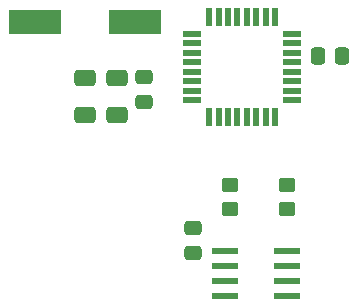
<source format=gbr>
%TF.GenerationSoftware,KiCad,Pcbnew,7.0.6*%
%TF.CreationDate,2023-09-04T00:35:45+02:00*%
%TF.ProjectId,pqunit,7071756e-6974-42e6-9b69-6361645f7063,rev?*%
%TF.SameCoordinates,Original*%
%TF.FileFunction,Paste,Bot*%
%TF.FilePolarity,Positive*%
%FSLAX46Y46*%
G04 Gerber Fmt 4.6, Leading zero omitted, Abs format (unit mm)*
G04 Created by KiCad (PCBNEW 7.0.6) date 2023-09-04 00:35:45*
%MOMM*%
%LPD*%
G01*
G04 APERTURE LIST*
G04 Aperture macros list*
%AMRoundRect*
0 Rectangle with rounded corners*
0 $1 Rounding radius*
0 $2 $3 $4 $5 $6 $7 $8 $9 X,Y pos of 4 corners*
0 Add a 4 corners polygon primitive as box body*
4,1,4,$2,$3,$4,$5,$6,$7,$8,$9,$2,$3,0*
0 Add four circle primitives for the rounded corners*
1,1,$1+$1,$2,$3*
1,1,$1+$1,$4,$5*
1,1,$1+$1,$6,$7*
1,1,$1+$1,$8,$9*
0 Add four rect primitives between the rounded corners*
20,1,$1+$1,$2,$3,$4,$5,0*
20,1,$1+$1,$4,$5,$6,$7,0*
20,1,$1+$1,$6,$7,$8,$9,0*
20,1,$1+$1,$8,$9,$2,$3,0*%
G04 Aperture macros list end*
%ADD10RoundRect,0.250000X-0.650000X0.412500X-0.650000X-0.412500X0.650000X-0.412500X0.650000X0.412500X0*%
%ADD11RoundRect,0.250000X-0.450000X0.350000X-0.450000X-0.350000X0.450000X-0.350000X0.450000X0.350000X0*%
%ADD12RoundRect,0.250000X-0.475000X0.337500X-0.475000X-0.337500X0.475000X-0.337500X0.475000X0.337500X0*%
%ADD13R,1.600000X0.550000*%
%ADD14R,0.550000X1.600000*%
%ADD15R,4.500000X2.000000*%
%ADD16R,2.209800X0.609600*%
%ADD17RoundRect,0.250000X-0.337500X-0.475000X0.337500X-0.475000X0.337500X0.475000X-0.337500X0.475000X0*%
%ADD18RoundRect,0.250000X0.475000X-0.337500X0.475000X0.337500X-0.475000X0.337500X-0.475000X-0.337500X0*%
G04 APERTURE END LIST*
D10*
%TO.C,C1*%
X137740100Y-100533200D03*
X137740100Y-103658200D03*
%TD*%
%TO.C,C2*%
X135047700Y-100533200D03*
X135047700Y-103658200D03*
%TD*%
D11*
%TO.C,R4*%
X147290500Y-109557800D03*
X147290500Y-111557800D03*
%TD*%
D12*
%TO.C,C5*%
X139975300Y-100431600D03*
X139975300Y-102506600D03*
%TD*%
D13*
%TO.C,U1*%
X144068000Y-102350000D03*
X144068000Y-101550000D03*
X144068000Y-100750000D03*
X144068000Y-99950000D03*
X144068000Y-99150000D03*
X144068000Y-98350000D03*
X144068000Y-97550000D03*
X144068000Y-96750000D03*
D14*
X145518000Y-95300000D03*
X146318000Y-95300000D03*
X147118000Y-95300000D03*
X147918000Y-95300000D03*
X148718000Y-95300000D03*
X149518000Y-95300000D03*
X150318000Y-95300000D03*
X151118000Y-95300000D03*
D13*
X152568000Y-96750000D03*
X152568000Y-97550000D03*
X152568000Y-98350000D03*
X152568000Y-99150000D03*
X152568000Y-99950000D03*
X152568000Y-100750000D03*
X152568000Y-101550000D03*
X152568000Y-102350000D03*
D14*
X151118000Y-103800000D03*
X150318000Y-103800000D03*
X149518000Y-103800000D03*
X148718000Y-103800000D03*
X147918000Y-103800000D03*
X147118000Y-103800000D03*
X146318000Y-103800000D03*
X145518000Y-103800000D03*
%TD*%
D15*
%TO.C,Y1*%
X139289500Y-95791000D03*
X130789500Y-95791000D03*
%TD*%
D16*
%TO.C,U5*%
X152116500Y-115145800D03*
X152116500Y-116415800D03*
X152116500Y-117685800D03*
X152116500Y-118955800D03*
X146884100Y-118955800D03*
X146884100Y-117685800D03*
X146884100Y-116415800D03*
X146884100Y-115145800D03*
%TD*%
D17*
%TO.C,C4*%
X156782300Y-98653600D03*
X154707300Y-98653600D03*
%TD*%
D18*
%TO.C,C9*%
X144140900Y-115268900D03*
X144140900Y-113193900D03*
%TD*%
D11*
%TO.C,R3*%
X152116500Y-109573800D03*
X152116500Y-111573800D03*
%TD*%
M02*

</source>
